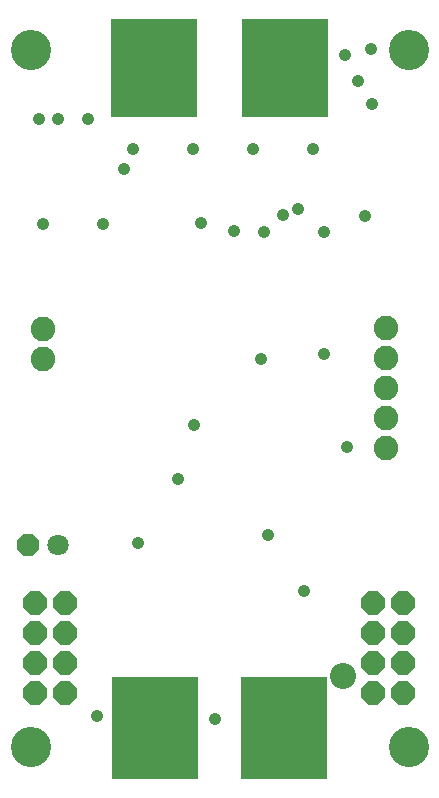
<source format=gbr>
G04 EAGLE Gerber RS-274X export*
G75*
%MOMM*%
%FSLAX34Y34*%
%LPD*%
%INSoldermask Bottom*%
%IPPOS*%
%AMOC8*
5,1,8,0,0,1.08239X$1,22.5*%
G01*
%ADD10C,3.403200*%
%ADD11C,2.082800*%
%ADD12P,2.199416X8X292.500000*%
%ADD13P,2.199416X8X112.500000*%
%ADD14R,7.303200X8.653200*%
%ADD15C,2.203200*%
%ADD16R,7.239000X8.255000*%
%ADD17P,1.951982X8X202.500000*%
%ADD18C,1.803400*%
%ADD19C,1.061200*%


D10*
X360000Y630000D03*
X40000Y630000D03*
X40000Y40000D03*
X360000Y40000D03*
D11*
X50800Y393700D03*
X50800Y368300D03*
D12*
X329900Y161700D03*
X355300Y161700D03*
X329900Y136300D03*
X355300Y136300D03*
X329900Y110900D03*
X355300Y110900D03*
X329900Y85500D03*
X355300Y85500D03*
D13*
X69500Y85500D03*
X44100Y85500D03*
X69500Y110900D03*
X44100Y110900D03*
X69500Y136300D03*
X44100Y136300D03*
X69500Y161700D03*
X44100Y161700D03*
D14*
X255000Y56250D03*
X145000Y56250D03*
D15*
X304500Y100500D03*
D16*
X255245Y615035D03*
X144755Y615035D03*
D11*
X341300Y293200D03*
X341300Y318600D03*
X341300Y344000D03*
X341300Y369400D03*
X341300Y394800D03*
D17*
X38100Y210820D03*
D18*
X63500Y210820D03*
D19*
X307518Y294310D03*
X288600Y372910D03*
X131390Y212810D03*
X178110Y312400D03*
X323360Y489750D03*
X271780Y172290D03*
X234950Y368300D03*
X101600Y482600D03*
X50800Y482600D03*
X96200Y66500D03*
X328400Y631468D03*
X329240Y584360D03*
X305920Y626388D03*
X317650Y603870D03*
X195790Y63960D03*
X288290Y476250D03*
X46990Y571500D03*
X184150Y484096D03*
X119380Y529590D03*
X212395Y476555D03*
X127000Y546100D03*
X237490Y476250D03*
X177800Y546100D03*
X254000Y490220D03*
X228600Y546100D03*
X266700Y495300D03*
X279400Y546100D03*
X88900Y571500D03*
X63500Y571500D03*
X165100Y266700D03*
X241300Y219710D03*
M02*

</source>
